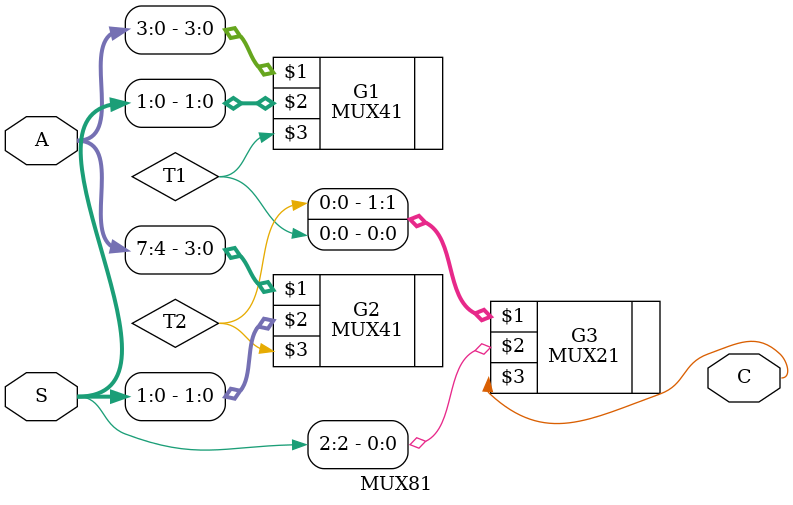
<source format=v>
`timescale 1ns / 1ps
module MUX81(
    input [7:0] A,
    input [2:0] S,
    output C
    );
	 
	 wire T1, T2;
	 
	 MUX41 G1(A[3:0], S[1:0], T1);
	 MUX41 G2(A[7:4], S[1:0], T2);
	 MUX21 G3({T2, T1}, S[2], C);

endmodule

</source>
